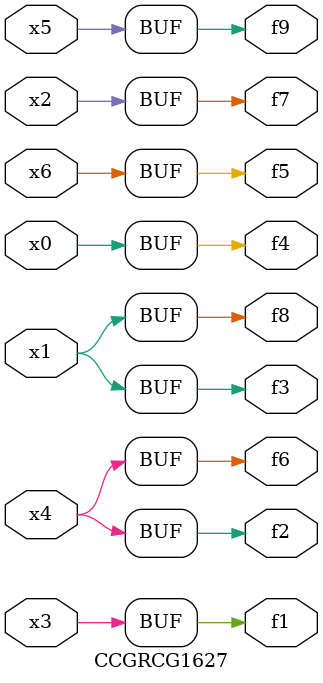
<source format=v>
module CCGRCG1627(
	input x0, x1, x2, x3, x4, x5, x6,
	output f1, f2, f3, f4, f5, f6, f7, f8, f9
);
	assign f1 = x3;
	assign f2 = x4;
	assign f3 = x1;
	assign f4 = x0;
	assign f5 = x6;
	assign f6 = x4;
	assign f7 = x2;
	assign f8 = x1;
	assign f9 = x5;
endmodule

</source>
